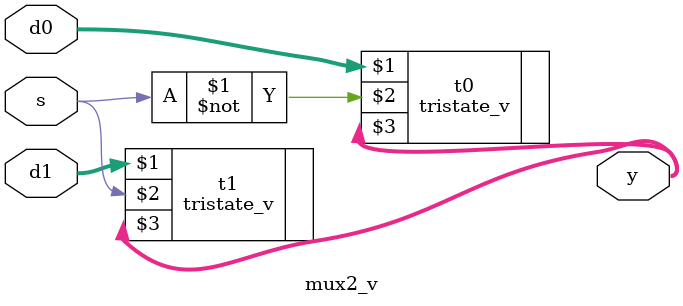
<source format=v>
module mux2_v 
(
input [3:0] d0, d1,
input s,
output [3:0] y
);

tristate_v t0 (d0, ~s, y);
tristate_v t1 (d1, s, y);
endmodule
</source>
